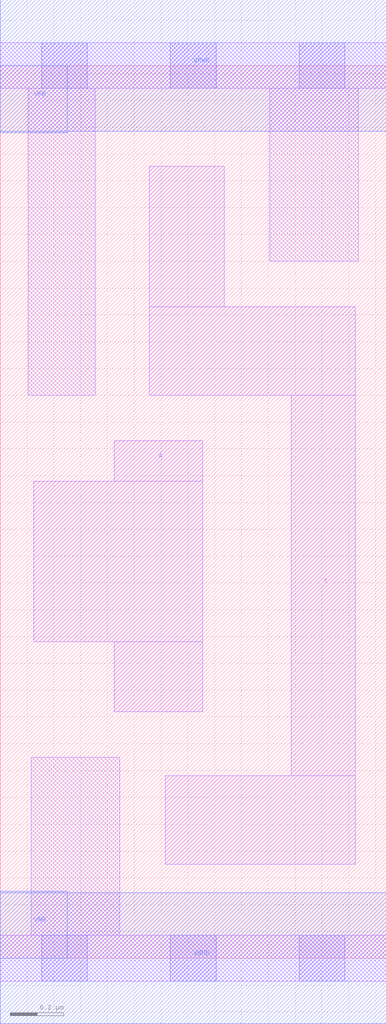
<source format=lef>
# Copyright 2020 The SkyWater PDK Authors
#
# Licensed under the Apache License, Version 2.0 (the "License");
# you may not use this file except in compliance with the License.
# You may obtain a copy of the License at
#
#     https://www.apache.org/licenses/LICENSE-2.0
#
# Unless required by applicable law or agreed to in writing, software
# distributed under the License is distributed on an "AS IS" BASIS,
# WITHOUT WARRANTIES OR CONDITIONS OF ANY KIND, either express or implied.
# See the License for the specific language governing permissions and
# limitations under the License.
#
# SPDX-License-Identifier: Apache-2.0

VERSION 5.5 ;
NAMESCASESENSITIVE ON ;
BUSBITCHARS "[]" ;
DIVIDERCHAR "/" ;
MACRO sky130_fd_sc_hs__clkinv_1
  CLASS CORE ;
  SOURCE USER ;
  ORIGIN  0.000000  0.000000 ;
  SIZE  1.440000 BY  3.330000 ;
  SYMMETRY X Y ;
  SITE unit ;
  PIN A
    ANTENNAGATEAREA  0.315000 ;
    DIRECTION INPUT ;
    USE SIGNAL ;
    PORT
      LAYER li1 ;
        RECT 0.125000 1.180000 0.755000 1.780000 ;
        RECT 0.425000 0.920000 0.755000 1.180000 ;
        RECT 0.425000 1.780000 0.755000 1.930000 ;
    END
  END A
  PIN Y
    ANTENNADIFFAREA  0.477350 ;
    DIRECTION OUTPUT ;
    USE SIGNAL ;
    PORT
      LAYER li1 ;
        RECT 0.555000 2.100000 1.325000 2.430000 ;
        RECT 0.555000 2.430000 0.835000 2.955000 ;
        RECT 0.615000 0.350000 1.325000 0.680000 ;
        RECT 1.085000 0.680000 1.325000 2.100000 ;
    END
  END Y
  PIN VGND
    DIRECTION INOUT ;
    USE GROUND ;
    PORT
      LAYER met1 ;
        RECT 0.000000 -0.245000 1.440000 0.245000 ;
    END
  END VGND
  PIN VNB
    DIRECTION INOUT ;
    USE GROUND ;
    PORT
      LAYER met1 ;
        RECT 0.000000 0.000000 0.250000 0.250000 ;
    END
  END VNB
  PIN VPB
    DIRECTION INOUT ;
    USE POWER ;
    PORT
      LAYER met1 ;
        RECT 0.000000 3.080000 0.250000 3.330000 ;
    END
  END VPB
  PIN VPWR
    DIRECTION INOUT ;
    USE POWER ;
    PORT
      LAYER met1 ;
        RECT 0.000000 3.085000 1.440000 3.575000 ;
    END
  END VPWR
  OBS
    LAYER li1 ;
      RECT 0.000000 -0.085000 1.440000 0.085000 ;
      RECT 0.000000  3.245000 1.440000 3.415000 ;
      RECT 0.105000  2.100000 0.355000 3.245000 ;
      RECT 0.115000  0.085000 0.445000 0.750000 ;
      RECT 1.005000  2.600000 1.335000 3.245000 ;
    LAYER mcon ;
      RECT 0.155000 -0.085000 0.325000 0.085000 ;
      RECT 0.155000  3.245000 0.325000 3.415000 ;
      RECT 0.635000 -0.085000 0.805000 0.085000 ;
      RECT 0.635000  3.245000 0.805000 3.415000 ;
      RECT 1.115000 -0.085000 1.285000 0.085000 ;
      RECT 1.115000  3.245000 1.285000 3.415000 ;
  END
END sky130_fd_sc_hs__clkinv_1
END LIBRARY

</source>
